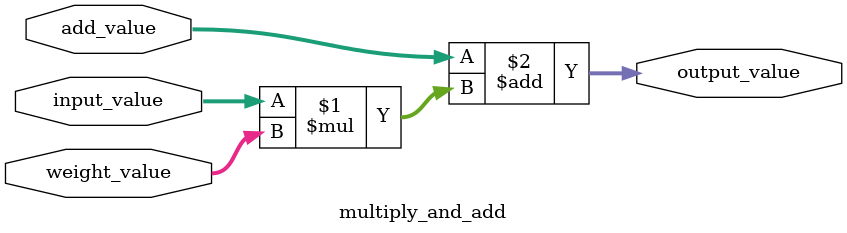
<source format=v>
`timescale 1ns / 1ps


module multiply_and_add #(
    parameter DATA_WIDTH = 8,
    parameter RESULT_WIDTH = 16
    ) (
    input wire [RESULT_WIDTH-1:0] add_value,
    input wire [DATA_WIDTH-1:0] input_value,
    input wire [7:0] weight_value,
    output wire [RESULT_WIDTH-1:0] output_value
    );
    
assign output_value = add_value + input_value * weight_value;

endmodule

</source>
